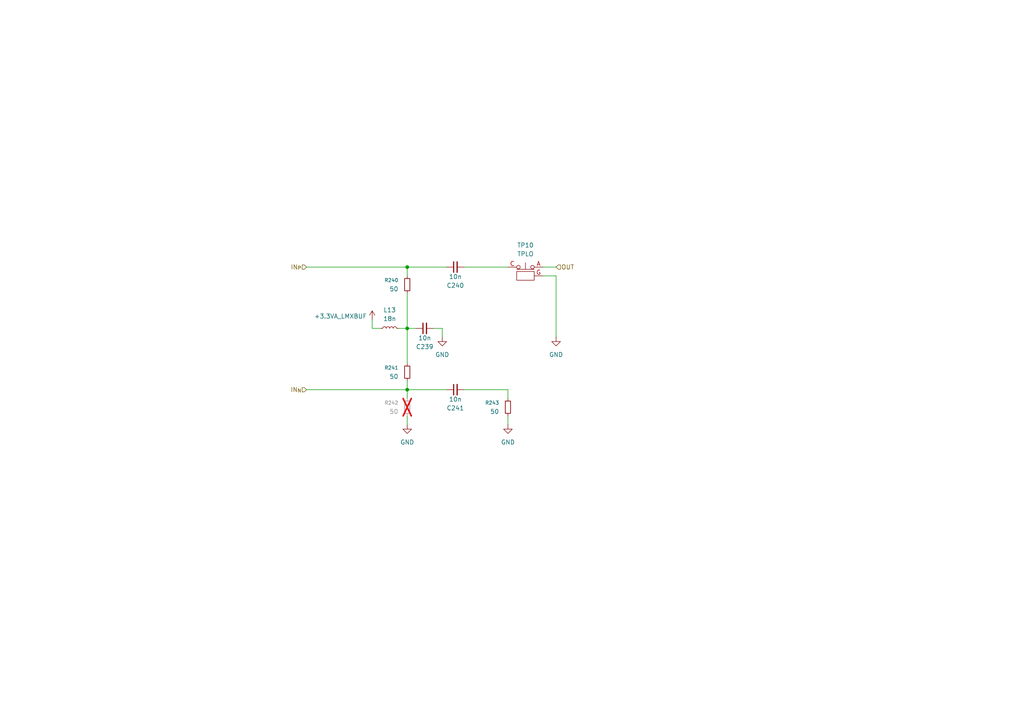
<source format=kicad_sch>
(kicad_sch (version 20250114) (generator "eeschema") (generator_version "9.0")
  (paper "A4")
  (lib_symbols
    (symbol "Connector:CoaxialSwitch_Testpoint" (pin_names (offset 1.016) (hide yes))
      (property "Reference" "TP" (at 0 -3.81 0))
      (property "Value" "CoaxialSwitch_Testpoint" (at 0 3.81 0))
      (symbol "CoaxialSwitch_Testpoint_0_1"
        (rectangle (start -2.54 0) (end -2.54 -2.54))
        (rectangle (start -2.54 -2.54) (end 2.54 -2.54))
        (rectangle (start 2.54 0) (end -2.54 0))
        (rectangle (start 2.54 0) (end 2.54 -2.54))
      )
      (symbol "CoaxialSwitch_Testpoint_1_1"
        (polyline (pts (xy -2.54 0.635) (xy 2.54 0.635)))
        (circle (center -2.032 1.27) (radius 0.508))
        (polyline (pts (xy 0 0.635) (xy 0 2.54)))
        (circle (center 2.032 1.27) (radius 0.508))
        (pin passive line (at -5.08 1.27 0) (length 2.54) (name "C") (number "C"))
        (pin passive line (at 5.08 1.27 180) (length 2.54) (name "A") (number "A"))
        (pin passive line (at 5.08 -1.27 180) (length 2.54) (name "G") (number "G"))
      )
    )
    (symbol "Device:C_Small" (pin_numbers (hide yes)) (pin_names (offset 0.254) (hide yes))
      (property "Reference" "C" (at 0.254 1.778 0))
      (property "Value" "C_Small" (at 0.254 -2.032 0))
      (symbol "C_Small_0_1"
        (polyline (pts (xy -1.524 0.508) (xy 1.524 0.508)) (stroke (width 0.3048)))
        (polyline (pts (xy -1.524 -0.508) (xy 1.524 -0.508)) (stroke (width 0.3302)))
      )
      (symbol "C_Small_1_1"
        (pin passive line (at 0 2.54 270) (length 2.032) (name "~") (number "1"))
        (pin passive line (at 0 -2.54 90) (length 2.032) (name "~") (number "2"))
      )
    )
    (symbol "Device:L_Small" (pin_numbers (hide yes)) (pin_names (offset 0.254) (hide yes))
      (property "Reference" "L" (at 0.762 1.016 0))
      (property "Value" "L_Small" (at 0.762 -1.016 0))
      (symbol "L_Small_0_1"
        (arc (start 0 2.032) (mid 0.5058 1.524) (end 0 1.016))
        (arc (start 0 1.016) (mid 0.5058 0.508) (end 0 0))
        (arc (start 0 0) (mid 0.5058 -0.508) (end 0 -1.016))
        (arc (start 0 -1.016) (mid 0.5058 -1.524) (end 0 -2.032))
      )
      (symbol "L_Small_1_1"
        (pin passive line (at 0 2.54 270) (length 0.508) (name "~") (number "1"))
        (pin passive line (at 0 -2.54 90) (length 0.508) (name "~") (number "2"))
      )
    )
    (symbol "Device:R_Small" (pin_numbers (hide yes)) (pin_names (offset 0.254) (hide yes))
      (property "Reference" "R" (at 0 0 90))
      (property "Value" "R_Small" (at 1.778 0 90))
      (symbol "R_Small_0_1"
        (rectangle (start -0.762 1.778) (end 0.762 -1.778) (stroke (width 0.2032)))
      )
      (symbol "R_Small_1_1"
        (pin passive line (at 0 2.54 270) (length 0.762) (name "~") (number "1"))
        (pin passive line (at 0 -2.54 90) (length 0.762) (name "~") (number "2"))
      )
    )
    (symbol "power:+3.3V" (power) (pin_numbers (hide yes)) (pin_names (offset 0) (hide yes))
      (property "Value" "+3.3V" (at 0 3.556 0))
      (symbol "+3.3V_0_1"
        (polyline (pts (xy -0.762 1.27) (xy 0 2.54)))
        (polyline (pts (xy 0 2.54) (xy 0.762 1.27)))
        (polyline (pts (xy 0 0) (xy 0 2.54)))
      )
      (symbol "+3.3V_1_1"
        (pin power_in line (at 0 0 90) (length 0) (name "~") (number "1"))
      )
    )
    (symbol "power:GND" (power) (pin_numbers (hide yes)) (pin_names (offset 0) (hide yes))
      (property "Value" "GND" (at 0 -3.81 0))
      (symbol "GND_0_1"
        (polyline (pts (xy 0 0) (xy 0 -1.27) (xy 1.27 -1.27) (xy 0 -2.54) (xy -1.27 -1.27) (xy 0 -1.27)))
      )
      (symbol "GND_1_1"
        (pin power_in line (at 0 0 270) (length 0) (name "~") (number "1"))
      )
    )
  )
  (junction (at 118.11 113.03))
  (junction (at 118.11 77.47))
  (junction (at 118.11 95.25))
  (wire (pts (xy 157.48 77.47) (xy 161.29 77.47)))
  (wire (pts (xy 88.9 113.03) (xy 118.11 113.03)))
  (wire (pts (xy 118.11 120.65) (xy 118.11 123.19)))
  (wire (pts (xy 118.11 113.03) (xy 118.11 115.57)))
  (wire (pts (xy 134.62 113.03) (xy 147.32 113.03)))
  (wire (pts (xy 118.11 95.25) (xy 120.65 95.25)))
  (wire (pts (xy 118.11 113.03) (xy 129.54 113.03)))
  (wire (pts (xy 161.29 80.01) (xy 161.29 97.79)))
  (wire (pts (xy 115.57 95.25) (xy 118.11 95.25)))
  (wire (pts (xy 128.27 95.25) (xy 128.27 97.79)))
  (wire (pts (xy 107.95 95.25) (xy 110.49 95.25)))
  (wire (pts (xy 118.11 110.49) (xy 118.11 113.03)))
  (wire (pts (xy 88.9 77.47) (xy 118.11 77.47)))
  (wire (pts (xy 118.11 85.09) (xy 118.11 95.25)))
  (wire (pts (xy 118.11 77.47) (xy 118.11 80.01)))
  (wire (pts (xy 134.62 77.47) (xy 147.32 77.47)))
  (wire (pts (xy 118.11 77.47) (xy 129.54 77.47)))
  (wire (pts (xy 161.29 80.01) (xy 157.48 80.01)))
  (wire (pts (xy 147.32 120.65) (xy 147.32 123.19)))
  (wire (pts (xy 147.32 113.03) (xy 147.32 115.57)))
  (wire (pts (xy 118.11 95.25) (xy 118.11 105.41)))
  (wire (pts (xy 107.95 92.71) (xy 107.95 95.25)))
  (wire (pts (xy 125.73 95.25) (xy 128.27 95.25)))
  (hierarchical_label "IN_{N}" (shape input) (at 88.9 113.03 180))
  (hierarchical_label "OUT" (shape input) (at 161.29 77.47 0))
  (hierarchical_label "IN_{P}" (shape input) (at 88.9 77.47 180))
  (symbol (lib_id "Device:R_Small") (at 118.11 118.11 0) (unit 1) (dnp yes)
    (property "Reference" "R242" (at 115.57 116.8399 0) (effects (font (size 1.016 1.016)) (justify right)))
    (property "Value" "50" (at 115.57 119.3799 0) (effects (justify right)))
    (property "Description" "Resistor, small symbol" (effects (hide yes)))
    (property "DIGIKEY_PN" "FC0402-50BWCT-ND" (effects (hide yes)))
  )
  (symbol (lib_id "power:+3.3V") (at 107.95 92.71 0) (unit 1)
    (property "Reference" "#PWR0264" (effects (hide yes)))
    (property "Value" "+3.3VA_LMXBUF" (at 106.426 92.456 0) (effects (justify right bottom)))
    (property "Description" "Power symbol creates a global label with name \"+3.3V\"" (effects (hide yes)))
  )
  (symbol (lib_id "Device:C_Small") (at 123.19 95.25 90) (mirror x) (unit 1)
    (property "Reference" "C239" (at 123.19 100.584 90))
    (property "Value" "10n" (at 123.19 98.044 90))
    (property "Description" "Unpolarized capacitor, small symbol" (effects (hide yes)))
    (property "DIGIKEY_PN" "1284-1540-1-ND" (effects (hide yes)))
  )
  (symbol (lib_id "Device:C_Small") (at 132.08 77.47 90) (mirror x) (unit 1)
    (property "Reference" "C240" (at 132.08 82.804 90))
    (property "Value" "10n" (at 132.08 80.264 90))
    (property "Description" "Unpolarized capacitor, small symbol" (effects (hide yes)))
    (property "DIGIKEY_PN" "1284-1540-1-ND" (effects (hide yes)))
  )
  (symbol (lib_id "power:GND") (at 161.29 97.79 0) (unit 1)
    (property "Reference" "#PWR0267" (effects (hide yes)))
    (property "Value" "GND" (at 161.29 102.87 0))
    (property "Description" "Power symbol creates a global label with name \"GND\" , ground" (effects (hide yes)))
  )
  (symbol (lib_id "power:GND") (at 118.11 123.19 0) (unit 1)
    (property "Reference" "#PWR0268" (effects (hide yes)))
    (property "Value" "GND" (at 118.11 128.27 0))
    (property "Description" "Power symbol creates a global label with name \"GND\" , ground" (effects (hide yes)))
  )
  (symbol (lib_id "Device:R_Small") (at 118.11 82.55 0) (unit 1)
    (property "Reference" "R240" (at 115.57 81.2799 0) (effects (font (size 1.016 1.016)) (justify right)))
    (property "Value" "50" (at 115.57 83.8199 0) (effects (justify right)))
    (property "Description" "Resistor, small symbol" (effects (hide yes)))
    (property "DIGIKEY_PN" "FC0402-50BWCT-ND" (effects (hide yes)))
  )
  (symbol (lib_id "Device:R_Small") (at 118.11 107.95 0) (unit 1)
    (property "Reference" "R241" (at 115.57 106.6799 0) (effects (font (size 1.016 1.016)) (justify right)))
    (property "Value" "50" (at 115.57 109.2199 0) (effects (justify right)))
    (property "Description" "Resistor, small symbol" (effects (hide yes)))
    (property "DIGIKEY_PN" "FC0402-50BWCT-ND" (effects (hide yes)))
  )
  (symbol (lib_id "Device:R_Small") (at 147.32 118.11 0) (unit 1)
    (property "Reference" "R243" (at 144.78 116.8399 0) (effects (font (size 1.016 1.016)) (justify right)))
    (property "Value" "50" (at 144.78 119.3799 0) (effects (justify right)))
    (property "Description" "Resistor, small symbol" (effects (hide yes)))
    (property "DIGIKEY_PN" "FC0402-50BWCT-ND" (effects (hide yes)))
  )
  (symbol (lib_id "Device:C_Small") (at 132.08 113.03 90) (mirror x) (unit 1)
    (property "Reference" "C241" (at 132.08 118.364 90))
    (property "Value" "10n" (at 132.08 115.824 90))
    (property "Description" "Unpolarized capacitor, small symbol" (effects (hide yes)))
    (property "DIGIKEY_PN" "1284-1540-1-ND" (effects (hide yes)))
  )
  (symbol (lib_id "power:GND") (at 128.27 97.79 0) (unit 1)
    (property "Reference" "#PWR0265" (effects (hide yes)))
    (property "Value" "GND" (at 128.27 102.87 0))
    (property "Description" "Power symbol creates a global label with name \"GND\" , ground" (effects (hide yes)))
  )
  (symbol (lib_id "Device:L_Small") (at 113.03 95.25 90) (unit 1)
    (property "Reference" "L13" (at 113.03 89.916 90))
    (property "Value" "18n" (at 113.03 92.456 90))
    (property "Description" "Inductor, small symbol" (effects (hide yes)))
  )
  (symbol (lib_id "power:GND") (at 147.32 123.19 0) (unit 1)
    (property "Reference" "#PWR0269" (effects (hide yes)))
    (property "Value" "GND" (at 147.32 128.27 0))
    (property "Description" "Power symbol creates a global label with name \"GND\" , ground" (effects (hide yes)))
  )
  (symbol (lib_id "Connector:CoaxialSwitch_Testpoint") (at 152.4 78.74 0) (unit 1)
    (property "Reference" "TP10" (at 152.4 71.12 0))
    (property "Value" "TPLO" (at 152.4 73.66 0))
    (property "Footprint" "Connector_Coaxial:CoaxialSwitch_Hirose_MS-156C3_Horizontal" (effects (hide yes)))
    (property "Description" "Subminiature Coaxial Switch testpoint" (effects (hide yes)))
  )
)
</source>
